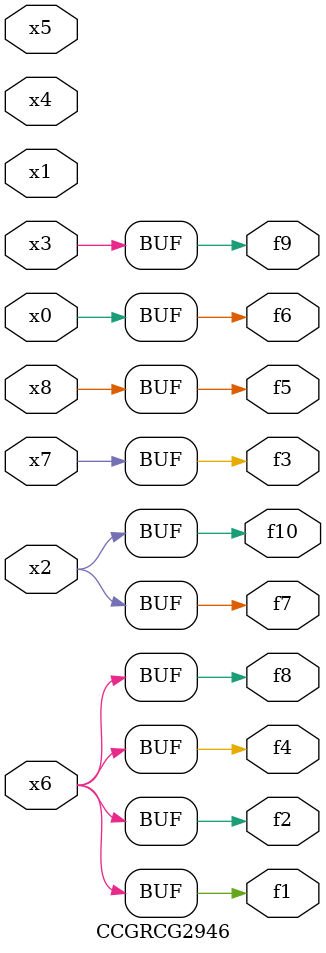
<source format=v>
module CCGRCG2946(
	input x0, x1, x2, x3, x4, x5, x6, x7, x8,
	output f1, f2, f3, f4, f5, f6, f7, f8, f9, f10
);
	assign f1 = x6;
	assign f2 = x6;
	assign f3 = x7;
	assign f4 = x6;
	assign f5 = x8;
	assign f6 = x0;
	assign f7 = x2;
	assign f8 = x6;
	assign f9 = x3;
	assign f10 = x2;
endmodule

</source>
